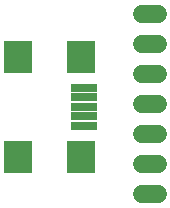
<source format=gbs>
G75*
G70*
%OFA0B0*%
%FSLAX24Y24*%
%IPPOS*%
%LPD*%
%AMOC8*
5,1,8,0,0,1.08239X$1,22.5*
%
%ADD10R,0.0946X0.1064*%
%ADD11R,0.0867X0.0277*%
%ADD12C,0.0600*%
D10*
X001340Y002307D03*
X003427Y002307D03*
X003427Y005614D03*
X001340Y005614D03*
D11*
X003525Y004591D03*
X003525Y004276D03*
X003525Y003961D03*
X003525Y003646D03*
X003525Y003331D03*
D12*
X005462Y003056D02*
X005982Y003056D01*
X005982Y004056D02*
X005462Y004056D01*
X005462Y005056D02*
X005982Y005056D01*
X005982Y006056D02*
X005462Y006056D01*
X005462Y007056D02*
X005982Y007056D01*
X005982Y002056D02*
X005462Y002056D01*
X005462Y001056D02*
X005982Y001056D01*
M02*

</source>
